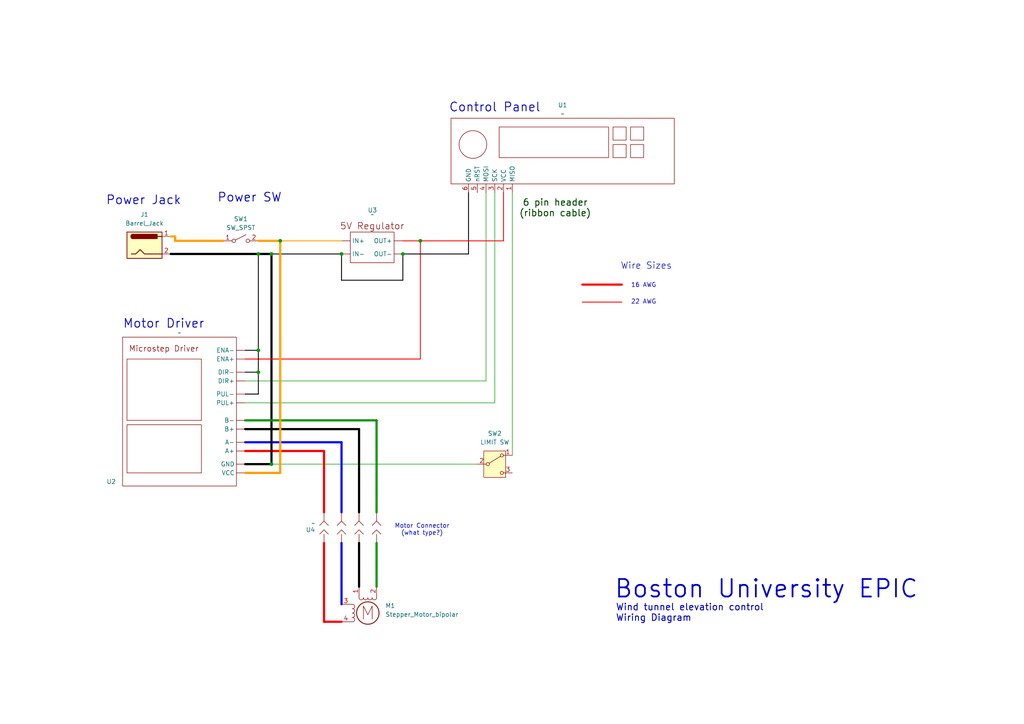
<source format=kicad_sch>
(kicad_sch (version 20231120) (generator "eeschema") (generator_version "8.0")
  (paper "A4")
  (lib_symbols
    (symbol "Connector:Barrel_Jack" (pin_names (offset 1.016))
      (property "Reference" "J" (at 0 5.334 0))
      (property "Value" "Barrel_Jack" (at 0 -5.08 0))
      (symbol "Barrel_Jack_0_1"
        (rectangle (start -5.08 3.81) (end 5.08 -3.81) (stroke (width 0.254)) (fill (type background)))
        (arc (start -3.302 3.175) (mid -3.9343 2.54) (end -3.302 1.905) (stroke (width 0.254)))
        (arc (start -3.302 3.175) (mid -3.9343 2.54) (end -3.302 1.905) (stroke (width 0.254)) (fill (type outline)))
        (polyline (pts (xy 5.08 2.54) (xy 3.81 2.54)) (stroke (width 0.254)))
        (polyline (pts (xy -3.81 -2.54) (xy -2.54 -2.54) (xy -1.27 -1.27) (xy 0 -2.54) (xy 2.54 -2.54) (xy 5.08 -2.54)) (stroke (width 0.254)))
        (rectangle (start 3.683 3.175) (end -3.302 1.905) (stroke (width 0.254)) (fill (type outline)))
      )
      (symbol "Barrel_Jack_1_1"
        (pin passive line (at 7.62 2.54 180) (length 2.54) (name "~") (number "1"))
        (pin passive line (at 7.62 -2.54 180) (length 2.54) (name "~") (number "2"))
      )
    )
    (symbol "Motor:Stepper_Motor_bipolar" (pin_names (offset 0) hide)
      (property "Reference" "M" (at 3.81 2.54 0))
      (property "Value" "Stepper_Motor_bipolar" (at 3.81 1.27 0))
      (symbol "Stepper_Motor_bipolar_0_0"
        (polyline (pts (xy -1.27 -1.778) (xy -1.27 2.032) (xy 0 -0.508) (xy 1.27 2.032) (xy 1.27 -1.778)))
      )
      (symbol "Stepper_Motor_bipolar_0_1"
        (arc (start -4.445 -2.54) (mid -3.8127 -1.905) (end -4.445 -1.27))
        (arc (start -4.445 -1.27) (mid -3.8127 -0.635) (end -4.445 0))
        (arc (start -4.445 0) (mid -3.8127 0.635) (end -4.445 1.27))
        (arc (start -4.445 1.27) (mid -3.8127 1.905) (end -4.445 2.54))
        (arc (start -2.54 4.445) (mid -1.905 3.8127) (end -1.27 4.445))
        (arc (start -1.27 4.445) (mid -0.635 3.8127) (end 0 4.445))
        (polyline (pts (xy -5.08 -2.54) (xy -4.445 -2.54)))
        (polyline (pts (xy -5.08 2.54) (xy -4.445 2.54)))
        (polyline (pts (xy -2.54 5.08) (xy -2.54 4.445)))
        (polyline (pts (xy 2.54 5.08) (xy 2.54 4.445)))
        (circle (center 0 0) (radius 3.2512) (stroke (width 0.254)))
        (arc (start 0 4.445) (mid 0.635 3.8127) (end 1.27 4.445))
        (arc (start 1.27 4.445) (mid 1.905 3.8127) (end 2.54 4.445))
      )
      (symbol "Stepper_Motor_bipolar_1_1"
        (pin passive line (at -2.54 7.62 270) (length 2.54) (name "~") (number "1"))
        (pin passive line (at 2.54 7.62 270) (length 2.54) (name "-") (number "2"))
        (pin passive line (at -7.62 2.54 0) (length 2.54) (name "~") (number "3"))
        (pin passive line (at -7.62 -2.54 0) (length 2.54) (name "~") (number "4"))
      )
    )
    (symbol "Switch:SW_SPDT" (pin_names (offset 0) hide)
      (property "Reference" "SW" (at 0 5.08 0))
      (property "Value" "SW_SPDT" (at 0 -5.08 0))
      (symbol "SW_SPDT_0_1"
        (circle (center -2.032 0) (radius 0.4572))
        (polyline (pts (xy -1.651 0.254) (xy 1.651 2.286)))
        (circle (center 2.032 -2.54) (radius 0.4572))
        (circle (center 2.032 2.54) (radius 0.4572))
      )
      (symbol "SW_SPDT_1_1"
        (rectangle (start -3.175 3.81) (end 3.175 -3.81) (fill (type background)))
        (pin passive line (at 5.08 2.54 180) (length 2.54) (name "A") (number "1"))
        (pin passive line (at -5.08 0 0) (length 2.54) (name "B") (number "2"))
        (pin passive line (at 5.08 -2.54 180) (length 2.54) (name "C") (number "3"))
      )
    )
    (symbol "Switch:SW_SPST" (pin_names (offset 0) hide)
      (property "Reference" "SW" (at 0 3.175 0))
      (property "Value" "SW_SPST" (at 0 -2.54 0))
      (symbol "SW_SPST_0_0"
        (circle (center -2.032 0) (radius 0.508))
        (polyline (pts (xy -1.524 0.254) (xy 1.524 1.778)))
        (circle (center 2.032 0) (radius 0.508))
      )
      (symbol "SW_SPST_1_1"
        (pin passive line (at -5.08 0 0) (length 2.54) (name "A") (number "1"))
        (pin passive line (at 5.08 0 180) (length 2.54) (name "B") (number "2"))
      )
    )
    (symbol "my-wiring-symbols:ControlPanel"
      (property "Reference" "U" (at -24.638 2.54 0))
      (symbol "ControlPanel_0_1"
        (rectangle (start -21.59 13.97) (end 43.18 -5.08))
        (circle (center -15.24 6.35) (radius 4.0161))
        (rectangle (start -7.62 11.43) (end 24.13 2.54))
        (rectangle (start 25.4 6.35) (end 29.21 2.54))
        (rectangle (start 25.4 11.43) (end 29.21 7.62))
        (rectangle (start 30.48 6.35) (end 34.29 2.54))
        (rectangle (start 30.48 11.43) (end 34.29 7.62))
      )
      (symbol "ControlPanel_1_1"
        (pin input line (at -3.81 -7.62 90) (length 2.54) (name "MISO") (number "1"))
        (pin input line (at -6.35 -7.62 90) (length 2.54) (name "VCC") (number "2"))
        (pin input line (at -8.89 -7.62 90) (length 2.54) (name "SCK") (number "3"))
        (pin input line (at -11.43 -7.62 90) (length 2.54) (name "MOSI") (number "4"))
        (pin input line (at -13.97 -7.62 90) (length 2.54) (name "nRST") (number "5"))
        (pin input line (at -16.51 -7.62 90) (length 2.54) (name "GND") (number "6"))
      )
    )
    (symbol "my-wiring-symbols:motor-conn"
      (property "Reference" "U" (at -5.334 -1.524 0))
      (symbol "motor-conn_0_1"
        (polyline (pts (xy 0 -1.27) (xy -1.27 0)))
        (polyline (pts (xy 0 -1.27) (xy 1.27 0)))
        (polyline (pts (xy -1.27 -2.54) (xy 0 -3.81) (xy 1.27 -2.54)))
        (polyline (pts (xy 3.81 -2.54) (xy 5.08 -3.81) (xy 6.35 -2.54)))
        (polyline (pts (xy 3.81 0) (xy 5.08 -1.27) (xy 6.35 0)))
        (polyline (pts (xy 8.89 -2.54) (xy 10.16 -3.81) (xy 11.43 -2.54)))
        (polyline (pts (xy 8.89 0) (xy 10.16 -1.27) (xy 11.43 0)))
        (polyline (pts (xy 13.97 -2.54) (xy 15.24 -3.81) (xy 16.51 -2.54)))
        (polyline (pts (xy 13.97 0) (xy 15.24 -1.27) (xy 16.51 0)))
      )
      (symbol "motor-conn_1_1"
        (pin input line (at 0 -6.35 90) (length 2.54) (name "") (number ""))
        (pin input line (at 0 2.54 270) (length 2.54) (name "") (number ""))
        (pin input line (at 5.08 -6.35 90) (length 2.54) (name "") (number ""))
        (pin input line (at 5.08 2.54 270) (length 2.54) (name "") (number ""))
        (pin input line (at 10.16 -6.35 90) (length 2.54) (name "") (number ""))
        (pin input line (at 10.16 2.54 270) (length 2.54) (name "") (number ""))
        (pin input line (at 15.24 -6.35 90) (length 2.54) (name "") (number ""))
        (pin input line (at 15.24 2.54 270) (length 2.54) (name "") (number ""))
      )
    )
    (symbol "my-wiring-symbols:motor-driver" (pin_numbers hide)
      (property "Reference" "U" (at 3.81 5.842 0))
      (symbol "motor-driver_0_1"
        (rectangle (start 0 3.81) (end -33.02 -39.37))
      )
      (symbol "motor-driver_1_1"
        (rectangle (start -31.75 -21.59) (end -10.16 -35.56))
        (rectangle (start -31.75 -2.54) (end -10.16 -20.32))
        (text "Microstep Driver" (at -31.242 0.508 0) (effects (font (size 1.651 1.651)) (justify left)))
        (pin input line (at 2.54 0 180) (length 2.54) (name "ENA-") (number "1"))
        (pin input line (at 2.54 -29.21 180) (length 2.54) (name "A+") (number "10"))
        (pin input line (at 2.54 -33.02 180) (length 2.54) (name "GND") (number "11"))
        (pin input line (at 2.54 -35.56 180) (length 2.54) (name "VCC") (number "12"))
        (pin input line (at 2.54 -2.54 180) (length 2.54) (name "ENA+") (number "2"))
        (pin input line (at 2.54 -6.35 180) (length 2.54) (name "DIR-") (number "3"))
        (pin input line (at 2.54 -8.89 180) (length 2.54) (name "DIR+") (number "4"))
        (pin input line (at 2.54 -12.7 180) (length 2.54) (name "PUL-") (number "5"))
        (pin input line (at 2.54 -15.24 180) (length 2.54) (name "PUL+") (number "6"))
        (pin input line (at 2.54 -20.32 180) (length 2.54) (name "B-") (number "7"))
        (pin input line (at 2.54 -22.86 180) (length 2.54) (name "B+") (number "8"))
        (pin input line (at 2.54 -26.67 180) (length 2.54) (name "A-") (number "9"))
      )
    )
    (symbol "my-wiring-symbols:reg-5v-module" (pin_numbers hide)
      (property "Reference" "U" (at -5.334 4.064 0))
      (symbol "reg-5v-module_0_1"
        (rectangle (start 0 2.54) (end 12.7 -6.35))
      )
      (symbol "reg-5v-module_1_1"
        (text "5V Regulator" (at -3.048 4.318 0) (effects (font (size 1.905 1.905)) (justify left)))
        (pin input line (at -2.54 0 0) (length 2.54) (name "IN+") (number "1"))
        (pin input line (at -2.54 -3.81 0) (length 2.54) (name "IN-") (number "2"))
        (pin input line (at 15.24 0 180) (length 2.54) (name "OUT+") (number "3"))
        (pin input line (at 15.24 -3.81 180) (length 2.54) (name "OUT-") (number "4"))
      )
    )
  )
  (junction (at 74.93 101.6))
  (junction (at 116.84 73.66))
  (junction (at 81.28 69.85))
  (junction (at 74.93 73.66))
  (junction (at 78.74 134.62))
  (junction (at 78.74 73.66))
  (junction (at 99.06 73.66))
  (junction (at 74.93 107.95))
  (junction (at 121.92 69.85))
  (wire (pts (xy 50.8 69.85) (xy 64.77 69.85)) (stroke (width 0.635) (color 255 153 0 1)))
  (wire (pts (xy 71.12 107.95) (xy 74.93 107.95)) (stroke (width 0.254) (color 0 0 0 1)))
  (wire (pts (xy 71.12 130.81) (xy 93.98 130.81)) (stroke (width 0.635) (color 255 0 0 1)))
  (wire (pts (xy 168.91 87.63) (xy 180.34 87.63)) (stroke (width 0.254) (color 255 0 0 1)))
  (wire (pts (xy 71.12 121.92) (xy 109.22 121.92)) (stroke (width 0.635) (color 0 132 0 1)))
  (wire (pts (xy 49.53 68.58) (xy 50.8 68.58)) (stroke (width 0.635) (color 255 153 0 1)))
  (wire (pts (xy 146.05 55.88) (xy 146.05 69.85)) (stroke (width 0.254) (color 255 0 0 1)))
  (wire (pts (xy 116.84 81.28) (xy 116.84 73.66)) (stroke (width 0.254) (color 0 0 0 1)))
  (wire (pts (xy 49.53 73.66) (xy 74.93 73.66)) (stroke (width 0.635) (color 0 0 0 1)))
  (wire (pts (xy 93.98 180.34) (xy 99.06 180.34)) (stroke (width 0.635) (color 255 0 0 1)))
  (wire (pts (xy 104.14 157.48) (xy 104.14 170.18)) (stroke (width 0.635) (color 0 0 0 1)))
  (wire (pts (xy 93.98 157.48) (xy 93.98 180.34)) (stroke (width 0.635) (color 255 0 0 1)))
  (wire (pts (xy 71.12 124.46) (xy 104.14 124.46)) (stroke (width 0.635) (color 0 0 0 1)))
  (wire (pts (xy 99.06 128.27) (xy 99.06 148.59)) (stroke (width 0.635) (color 0 0 255 1)))
  (wire (pts (xy 99.06 157.48) (xy 99.06 175.26)) (stroke (width 0.635) (color 0 0 255 1)))
  (wire (pts (xy 81.28 69.85) (xy 99.06 69.85)) (stroke (width 0.254) (color 255 153 0 1)))
  (wire (pts (xy 78.74 73.66) (xy 99.06 73.66)) (stroke (width 0.254) (color 0 0 0 1)))
  (wire (pts (xy 135.89 55.88) (xy 135.89 73.66)) (stroke (width 0.254) (color 0 0 0 1)))
  (wire (pts (xy 99.06 81.28) (xy 116.84 81.28)) (stroke (width 0.254) (color 0 0 0 1)))
  (wire (pts (xy 50.8 68.58) (xy 50.8 69.85)) (stroke (width 0.635) (color 255 153 0 1)))
  (wire (pts (xy 71.12 101.6) (xy 74.93 101.6)) (stroke (width 0.254) (color 0 0 0 1)))
  (wire (pts (xy 121.92 104.14) (xy 121.92 69.85)) (stroke (width 0.254) (color 255 0 0 1)))
  (wire (pts (xy 109.22 121.92) (xy 109.22 148.59)) (stroke (width 0.635) (color 0 132 0 1)))
  (wire (pts (xy 93.98 130.81) (xy 93.98 148.59)) (stroke (width 0.635) (color 255 0 0 1)))
  (wire (pts (xy 71.12 128.27) (xy 99.06 128.27)) (stroke (width 0.635) (color 0 0 255 1)))
  (wire (pts (xy 74.93 101.6) (xy 74.93 107.95)) (stroke (width 0.254) (color 0 0 0 1)))
  (wire (pts (xy 116.84 69.85) (xy 121.92 69.85)) (stroke (width 0.254) (color 255 0 0 1)))
  (wire (pts (xy 71.12 104.14) (xy 121.92 104.14)) (stroke (width 0.254) (color 255 0 0 1)))
  (wire (pts (xy 121.92 69.85) (xy 146.05 69.85)) (stroke (width 0.254) (color 255 0 0 1)))
  (wire (pts (xy 81.28 69.85) (xy 81.28 137.16)) (stroke (width 0.635) (color 255 153 0 1)))
  (wire (pts (xy 135.89 73.66) (xy 116.84 73.66)) (stroke (width 0.254) (color 0 0 0 1)))
  (wire (pts (xy 168.91 82.55) (xy 180.34 82.55)) (stroke (width 0.635) (color 255 0 0 1)))
  (wire (pts (xy 78.74 73.66) (xy 78.74 134.62)) (stroke (width 0.635) (color 0 0 0 1)))
  (wire (pts (xy 143.51 116.84) (xy 143.51 55.88)))
  (wire (pts (xy 74.93 114.3) (xy 74.93 107.95)) (stroke (width 0.254) (color 0 0 0 1)))
  (wire (pts (xy 74.93 69.85) (xy 81.28 69.85)) (stroke (width 0.635) (color 255 153 0 1)))
  (wire (pts (xy 74.93 73.66) (xy 74.93 101.6)) (stroke (width 0.254) (color 0 0 0 1)))
  (wire (pts (xy 78.74 134.62) (xy 138.43 134.62)))
  (wire (pts (xy 109.22 157.48) (xy 109.22 170.18)) (stroke (width 0.635) (color 0 132 0 1)))
  (wire (pts (xy 104.14 124.46) (xy 104.14 148.59)) (stroke (width 0.635) (color 0 0 0 1)))
  (wire (pts (xy 71.12 110.49) (xy 140.97 110.49)))
  (wire (pts (xy 71.12 116.84) (xy 143.51 116.84)))
  (wire (pts (xy 71.12 114.3) (xy 74.93 114.3)) (stroke (width 0.254) (color 0 0 0 1)))
  (wire (pts (xy 99.06 73.66) (xy 99.06 81.28)) (stroke (width 0.254) (color 0 0 0 1)))
  (wire (pts (xy 148.59 55.88) (xy 148.59 132.08)))
  (wire (pts (xy 78.74 134.62) (xy 71.12 134.62)) (stroke (width 0.635) (color 0 0 0 1)))
  (wire (pts (xy 74.93 73.66) (xy 78.74 73.66)) (stroke (width 0.635) (color 0 0 0 1)))
  (wire (pts (xy 81.28 137.16) (xy 71.12 137.16)) (stroke (width 0.635) (color 255 153 0 1)))
  (wire (pts (xy 140.97 110.49) (xy 140.97 55.88)))
  (text "Wire Sizes" (at 187.452 77.216 0) (effects (font (size 1.905 1.905))))
  (text "Wind tunnel elevation control\nWiring Diagram" (at 178.562 177.8 0) (effects (font (size 1.905 1.905) (thickness 0.254) (bold yes)) (justify left)))
  (text "22 AWG" (at 186.69 87.63 0) (effects (font (size 1.27 1.27))))
  (text "Control Panel" (at 143.51 31.242 0) (effects (font (size 2.54 2.54) (thickness 0.254) (bold yes))))
  (text "Motor Driver" (at 47.498 93.98 0) (effects (font (size 2.54 2.54) (thickness 0.254) (bold yes))))
  (text "Motor Connector\n(what type?)" (at 122.428 153.67 0) (effects (font (size 1.27 1.27))))
  (text "Boston University EPIC" (at 222.25 170.942 0) (effects (font (size 5.08 5.08) (thickness 0.508) (bold yes))))
  (text "6 pin header\n(ribbon cable)" (at 161.036 60.452 0) (effects (font (size 1.905 1.905) (thickness 0.254) (bold yes))))
  (text "Power SW" (at 72.39 57.404 0) (effects (font (size 2.54 2.54) (thickness 0.254) (bold yes))))
  (text "16 AWG" (at 186.69 82.804 0) (effects (font (size 1.27 1.27))))
  (text "Power Jack" (at 41.656 58.166 0) (effects (font (size 2.54 2.54) (thickness 0.254) (bold yes))))
  (symbol (lib_id "Switch:SW_SPDT") (at 143.51 134.62 0) (unit 1)
    (property "Reference" "SW2" (at 143.51 125.73 0))
    (property "Value" "LIMIT SW" (at 143.51 128.27 0))
    (property "Description" "Switch, single pole double throw" (effects (hide yes)))
  )
  (symbol (lib_id "my-wiring-symbols:motor-driver") (at 68.58 101.6 0) (unit 1)
    (property "Reference" "U2" (at 32.258 139.7 0))
    (property "Value" "~" (at 52.07 96.52 0))
  )
  (symbol (lib_id "Connector:Barrel_Jack") (at 41.91 71.12 0) (unit 1)
    (property "Reference" "J1" (at 41.91 62.23 0))
    (property "Value" "Barrel_Jack" (at 41.91 64.77 0))
    (property "Description" "DC Barrel Jack" (effects (hide yes)))
  )
  (symbol (lib_id "my-wiring-symbols:motor-conn") (at 93.98 154.94 0) (mirror x) (unit 1)
    (property "Reference" "U4" (at 91.44 153.6701 0) (effects (justify right)))
    (property "Value" "~" (at 91.44 151.765 0) (effects (justify right)))
  )
  (symbol (lib_id "Switch:SW_SPST") (at 69.85 69.85 0) (unit 1)
    (property "Reference" "SW1" (at 69.85 63.5 0))
    (property "Value" "SW_SPST" (at 69.85 66.04 0))
    (property "Description" "Single Pole Single Throw (SPST) switch" (effects (hide yes)))
  )
  (symbol (lib_id "my-wiring-symbols:reg-5v-module") (at 101.6 69.85 0) (unit 1)
    (property "Reference" "U3" (at 108.017 60.96 0))
    (property "Value" "~" (at 108.017 62.23 0))
  )
  (symbol (lib_id "Motor:Stepper_Motor_bipolar") (at 106.68 177.8 0) (unit 1)
    (property "Reference" "M1" (at 111.76 175.679 0) (effects (justify left)))
    (property "Value" "Stepper_Motor_bipolar" (at 111.76 178.219 0) (effects (justify left)))
    (property "Datasheet" "http://www.infineon.com/dgdl/Application-Note-TLE8110EE_driving_UniPolarStepperMotor_V1.1.pdf?fileId=db3a30431be39b97011be5d0aa0a00b0" (effects (hide yes)))
    (property "Description" "4-wire bipolar stepper motor" (effects (hide yes)))
  )
  (symbol (lib_id "my-wiring-symbols:ControlPanel") (at 152.4 48.26 0) (unit 1)
    (property "Reference" "U1" (at 163.195 30.48 0))
    (property "Value" "~" (at 163.195 33.02 0))
  )
)
</source>
